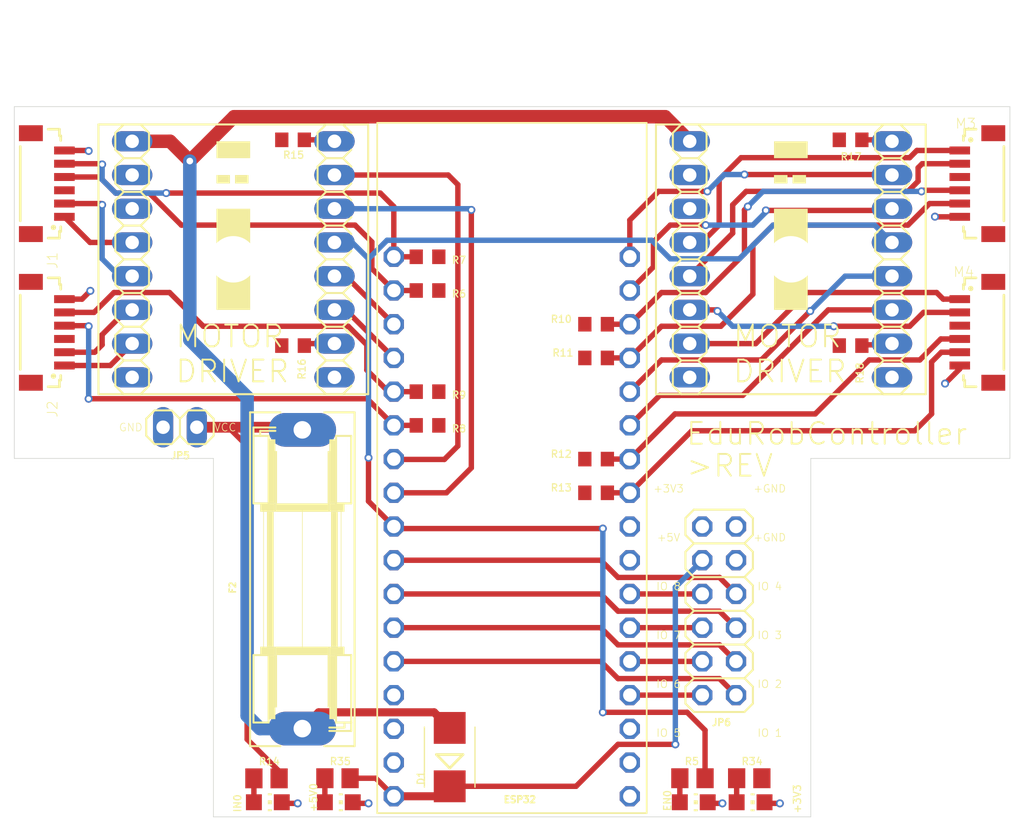
<source format=kicad_pcb>
(kicad_pcb (version 20221018) (generator pcbnew)
  (layers (0 "F.Cu" signal) (31 "B.Cu" signal) (34 "B.Paste" user) (35 "F.Paste" user) (36 "B.SilkS" user "B.Silkscreen") (37 "F.SilkS" user "F.Silkscreen") (38 "B.Mask" user) (39 "F.Mask" user) (44 "Edge.Cuts" user))
  (net 0 "")
  (net 1 "ENM")
  (net 2 "M1PWMA")
  (net 3 "M2PWMA")
  (net 4 "M2PWMB")
  (net 5 "M3PWMA")
  (net 6 "M3PWMB")
  (net 7 "M4PWMA")
  (net 8 "M4PWMB")
  (net 9 "GND")
  (net 10 "+5V")
  (net 11 "M1PWMB")
  (net 12 "GPIO5")
  (net 13 "GPIO1")
  (net 14 "GPIO3")
  (net 15 "GPIO8")
  (net 16 "GPIO6")
  (net 17 "+3V3")
  (net 18 "GPIO2")
  (net 19 "GPIO7")
  (net 20 "GPIO4")
  (net 21 "EN")
  (net 22 "0")
  (net 23 "RX0")
  (net 24 "TX0")
  (net 25 "N$1")
  (net 26 "N$3")
  (net 27 "M1A")
  (net 28 "M1B")
  (net 29 "M2B")
  (net 30 "M2A")
  (net 31 "M3A")
  (net 32 "M3B")
  (net 33 "M4B")
  (net 34 "M4A")
  (net 35 "M1ENCB")
  (net 36 "M1ENCA")
  (net 37 "M2ENCA")
  (net 38 "M2ENCB")
  (net 39 "M3ENCA")
  (net 40 "M3ENCB")
  (net 41 "M4ENCA")
  (net 42 "M4ENCB")
  (net 43 "N$7")
  (net 44 "VCC")
  (net 45 "N$9")
  (net 46 "N$14")
  (net 47 "N$15")
  (net 48 "N$10")
  (net 49 "N$11")
  (net 50 "VDD")
  (footprint "" (layer "F.Cu") (at 169.5011 89.7536)
    (fp_text reference "@HOLE2" hide)
    (fp_text value "")
  )
  (footprint "R0603" (layer "F.Cu") (at 132.0011 96.2536 180)
    (fp_text reference "R16")
    (fp_text value "")
  )
  (footprint "665306124022" (layer "F.Cu") (at 183.9511 95.2536 90)
    (fp_text reference "M4")
    (fp_text value "665306124022")
  )
  (footprint "R0805" (layer "F.Cu") (at 130.0011 128.8536)
    (fp_text reference "R14")
    (fp_text value "")
  )
  (footprint "2X06" (layer "F.Cu") (at 164.1011 116.2336 90)
    (fp_text reference "JP6")
    (fp_text value "")
  )
  (footprint "R0805" (layer "F.Cu") (at 135.3481 128.8446)
    (fp_text reference "R35")
    (fp_text value "")
  )
  (footprint "" (layer "F.Cu") (at 148.5011 124.2536)
    (fp_text reference "@HOLE0" hide)
    (fp_text value "")
  )
  (footprint "R0603" (layer "F.Cu") (at 142.1311 92.1036)
    (fp_text reference "R6")
    (fp_text value "")
  )
  (footprint "CHIP-LED0805" (layer "F.Cu") (at 166.4681 130.6546 -90)
    (fp_text reference "+3V3")
    (fp_text value "")
  )
  (footprint "R0603" (layer "F.Cu") (at 174.0011 80.7536 180)
    (fp_text reference "R17")
    (fp_text value "")
  )
  (footprint "R0603" (layer "F.Cu") (at 154.8311 104.8036 180)
    (fp_text reference "R12")
    (fp_text value "")
  )
  (footprint "2X08" (layer "F.Cu") (at 169.5011 89.7536)
    (fp_text reference "U$3" hide)
    (fp_text value "TB6612FNG")
  )
  (footprint "R0603" (layer "F.Cu") (at 142.1311 89.5636)
    (fp_text reference "R7")
    (fp_text value "")
  )
  (footprint "CHIP-LED0805" (layer "F.Cu") (at 162.1881 130.6546 -90)
    (fp_text reference "EN0")
    (fp_text value "")
  )
  (footprint "2X08" (layer "F.Cu") (at 127.5011 89.7536)
    (fp_text reference "U$2" hide)
    (fp_text value "TB6612FNG")
  )
  (footprint "" (layer "F.Cu") (at 127.5011 89.7536)
    (fp_text reference "@HOLE1" hide)
    (fp_text value "")
  )
  (footprint "R0603" (layer "F.Cu") (at 154.8311 107.3436 180)
    (fp_text reference "R13")
    (fp_text value "")
  )
  (footprint "SH22,5" (layer "F.Cu") (at 132.7011 113.8536 -90)
    (fp_text reference "F2")
    (fp_text value "534-4628")
  )
  (footprint "R0603" (layer "F.Cu") (at 174.0011 96.2536 180)
    (fp_text reference "R18")
    (fp_text value "")
  )
  (footprint "665306124022" (layer "F.Cu") (at 113.0511 95.2536 -90)
    (fp_text reference "J2")
    (fp_text value "665306124022")
  )
  (footprint "R0805" (layer "F.Cu") (at 166.3681 128.8446)
    (fp_text reference "R34")
    (fp_text value "")
  )
  (footprint "SMB" (layer "F.Cu") (at 143.8011 127.2536 90)
    (fp_text reference "D1")
    (fp_text value "")
  )
  (footprint "665306124022" (layer "F.Cu") (at 183.9511 84.0536 90)
    (fp_text reference "M3")
    (fp_text value "665306124022")
  )
  (footprint "R0603" (layer "F.Cu") (at 142.1311 99.7236)
    (fp_text reference "R9")
    (fp_text value "")
  )
  (footprint "R0603" (layer "F.Cu") (at 142.1311 102.2636)
    (fp_text reference "R8")
    (fp_text value "")
  )
  (footprint "1X02" (layer "F.Cu") (at 123.4811 102.4036 180)
    (fp_text reference "JP5")
    (fp_text value "")
  )
  (footprint "665306124022" (layer "F.Cu") (at 113.0511 84.0536 -90)
    (fp_text reference "J1")
    (fp_text value "665306124022")
  )
  (footprint "R0603" (layer "F.Cu") (at 154.8311 97.1836 180)
    (fp_text reference "R11")
    (fp_text value "")
  )
  (footprint "CHIP-LED0805" (layer "F.Cu") (at 130.1011 130.6536 -90)
    (fp_text reference "IN0")
    (fp_text value "")
  )
  (footprint "ESP32" (layer "F.Cu") (at 158.6411 131.4736 90)
    (fp_text reference "U$1" hide)
    (fp_text value "ESP32")
  )
  (footprint "CHIP-LED0805" (layer "F.Cu") (at 135.4481 130.6546 -90)
    (fp_text reference "+5V0")
    (fp_text value "")
  )
  (footprint "R0603" (layer "F.Cu") (at 154.8311 94.6436 180)
    (fp_text reference "R10")
    (fp_text value "")
  )
  (footprint "R0805" (layer "F.Cu") (at 162.0881 128.8446)
    (fp_text reference "R5")
    (fp_text value "")
  )
  (footprint "R0603" (layer "F.Cu") (at 132.0011 80.7536 180)
    (fp_text reference "R15")
    (fp_text value "")
  )
  (gr_line (start 111.0011 104.7536) (end 126.0011 104.7536) (stroke (width 0.05)) (layer "Edge.Cuts"))
  (gr_line (start 186.0011 104.7536) (end 186.0011 78.2536) (stroke (width 0.05)) (layer "Edge.Cuts"))
  (gr_line (start 171.0011 104.7536) (end 186.0011 104.7536) (stroke (width 0.05)) (layer "Edge.Cuts"))
  (gr_line (start 171.0011 131.7536) (end 171.0011 104.7536) (stroke (width 0.05)) (layer "Edge.Cuts"))
  (gr_line (start 126.0011 131.7536) (end 171.0011 131.7536) (stroke (width 0.05)) (layer "Edge.Cuts"))
  (gr_line (start 186.0011 78.2536) (end 111.0011 78.2536) (stroke (width 0.05)) (layer "Edge.Cuts"))
  (gr_line (start 126.0011 104.7536) (end 126.0011 131.7536) (stroke (width 0.05)) (layer "Edge.Cuts"))
  (gr_line (start 111.0011 78.2536) (end 111.0011 104.7536) (stroke (width 0.05)) (layer "Edge.Cuts"))
  (gr_text "+GND\n\n\n\n+GND\n\n\n\nIO 4\n\n\n\nIO 3\n\n\n\nIO 2\n\n\n\nIO 1" (at 167.9111 116.2336) (layer "F.SilkS") (effects (font (size 0.5715 0.5715) (thickness 0.0635))))
  (gr_text "EduRobController" (at 161.5231 103.8516) (layer "F.SilkS") (effects (font (size 1.63576 1.63576) (thickness 0.14224)) (justify left bottom)))
  (gr_text "+3V3\n\n\n\n+5V\n\n\n\nIO 8\n\n\n\nIO 7\n\n\n\nIO 6\n\n\n\nIO 5" (at 160.2911 116.2336) (layer "F.SilkS") (effects (font (size 0.5715 0.5715) (thickness 0.0635))))
  (gr_text ">REV" (at 161.5391 106.2566) (layer "F.SilkS") (effects (font (size 1.63576 1.63576) (thickness 0.14224)) (justify left bottom)))
  (gr_text "GND" (at 119.7781 102.4166) (layer "F.SilkS") (effects (font (size 0.5842 0.5842) (thickness 0.0508))))
  (gr_text "VCC" (at 126.8901 102.4166) (layer "F.SilkS") (effects (font (size 0.5842 0.5842) (thickness 0.0508))))
  (segment (start 155.3381 110.0366) (end 139.7441 110.0366) (width 0.4064) (layer "F.Cu") (net 1))
  (segment (start 137.6851 107.9776) (end 137.6851 104.7026) (width 0.4064) (layer "F.Cu") (net 1))
  (segment (start 139.7441 110.0366) (end 139.5911 109.8836) (width 0.4064) (layer "F.Cu") (net 1))
  (segment (start 161.6881 123.8796) (end 155.3381 123.8796) (width 0.4064) (layer "F.Cu") (net 1))
  (segment (start 163.0381 125.2296) (end 161.6881 123.8796) (width 0.4064) (layer "F.Cu") (net 1))
  (segment (start 163.0381 128.8446) (end 163.0381 125.2296) (width 0.4064) (layer "F.Cu") (net 1))
  (segment (start 139.5911 109.8836) (end 137.6851 107.9776) (width 0.4064) (layer "F.Cu") (net 1))
  (via (at 155.3381 110.0366) (size 0.6) (drill 0.35) (layers "F.Cu" "B.Cu") (net 1))
  (via (at 137.6851 104.7026) (size 0.6) (drill 0.35) (layers "F.Cu" "B.Cu") (net 1))
  (via (at 155.3381 123.8796) (size 0.6) (drill 0.35) (layers "F.Cu" "B.Cu") (net 1))
  (segment (start 159.0211 88.3196) (end 139.0821 88.3196) (width 0.4064) (layer "B.Cu") (net 1))
  (segment (start 175.8141 87.1766) (end 177.1211 88.4836) (width 0.4064) (layer "B.Cu") (net 1))
  (segment (start 137.6851 89.7166) (end 136.4521 88.4836) (width 0.4064) (layer "B.Cu") (net 1))
  (segment (start 165.6251 89.7166) (end 168.1651 87.1766) (width 0.4064) (layer "B.Cu") (net 1))
  (segment (start 155.3381 110.0366) (end 155.3381 123.8796) (width 0.4064) (layer "B.Cu") (net 1))
  (segment (start 136.4521 88.4836) (end 135.1211 88.4836) (width 0.4064) (layer "B.Cu") (net 1))
  (segment (start 160.4181 89.7166) (end 165.6251 89.7166) (width 0.4064) (layer "B.Cu") (net 1))
  (segment (start 139.0821 88.3196) (end 137.6851 89.7166) (width 0.4064) (layer "B.Cu") (net 1))
  (segment (start 159.0211 88.3196) (end 160.4181 89.7166) (width 0.4064) (layer "B.Cu") (net 1))
  (segment (start 137.6851 104.7026) (end 137.6851 89.7166) (width 0.4064) (layer "B.Cu") (net 1))
  (segment (start 168.1651 87.1766) (end 175.8141 87.1766) (width 0.4064) (layer "B.Cu") (net 1))
  (segment (start 145.4321 86.0336) (end 145.4321 105.4646) (width 0.4064) (layer "F.Cu") (net 2))
  (segment (start 143.5531 107.3436) (end 145.4321 105.4646) (width 0.4064) (layer "F.Cu") (net 2))
  (segment (start 139.5911 107.3436) (end 143.5531 107.3436) (width 0.4064) (layer "F.Cu") (net 2))
  (via (at 145.4321 86.0336) (size 0.6) (drill 0.35) (layers "F.Cu" "B.Cu") (net 2))
  (segment (start 145.4321 86.0336) (end 145.3421 85.9436) (width 0.4064) (layer "B.Cu") (net 2))
  (segment (start 145.3421 85.9436) (end 135.1211 85.9436) (width 0.4064) (layer "B.Cu") (net 2))
  (segment (start 135.9711 91.0236) (end 135.1211 91.0236) (width 0.4064) (layer "F.Cu") (net 3))
  (segment (start 139.5911 94.6436) (end 135.9711 91.0236) (width 0.4064) (layer "F.Cu") (net 3))
  (segment (start 135.9711 93.5636) (end 135.1211 93.5636) (width 0.4064) (layer "F.Cu") (net 4))
  (segment (start 139.5911 97.1836) (end 135.9711 93.5636) (width 0.4064) (layer "F.Cu") (net 4))
  (segment (start 176.9941 86.0706) (end 177.1211 85.9436) (width 0.4064) (layer "F.Cu") (net 5))
  (segment (start 176.9941 86.0706) (end 167.6201 86.0706) (width 0.4064) (layer "F.Cu") (net 5))
  (segment (start 159.1481 88.4466) (end 160.4181 87.1766) (width 0.4064) (layer "F.Cu") (net 5))
  (segment (start 157.3711 92.1036) (end 159.1481 90.3266) (width 0.4064) (layer "F.Cu") (net 5))
  (segment (start 159.1481 90.3266) (end 159.1481 88.4466) (width 0.4064) (layer "F.Cu") (net 5))
  (segment (start 160.4181 87.1766) (end 163.0851 87.1766) (width 0.4064) (layer "F.Cu") (net 5))
  (via (at 163.0851 87.1766) (size 0.6) (drill 0.35) (layers "F.Cu" "B.Cu") (net 5))
  (via (at 167.6201 86.0706) (size 0.6) (drill 0.35) (layers "F.Cu" "B.Cu") (net 5))
  (segment (start 167.6201 86.0706) (end 167.6201 86.1976) (width 0.4064) (layer "B.Cu") (net 5))
  (segment (start 163.0851 87.1766) (end 166.6411 87.1766) (width 0.4064) (layer "B.Cu") (net 5))
  (segment (start 167.6201 86.1976) (end 166.6411 87.1766) (width 0.4064) (layer "B.Cu") (net 5))
  (segment (start 177.0841 83.3666) (end 177.1211 83.4036) (width 0.4064) (layer "F.Cu") (net 6))
  (segment (start 166.0061 83.3666) (end 177.0841 83.3666) (width 0.4064) (layer "F.Cu") (net 6))
  (segment (start 159.5291 84.6366) (end 163.2121 84.6366) (width 0.4064) (layer "F.Cu") (net 6))
  (segment (start 157.3711 89.5636) (end 157.3711 86.7946) (width 0.4064) (layer "F.Cu") (net 6))
  (segment (start 157.3711 86.7946) (end 159.5291 84.6366) (width 0.4064) (layer "F.Cu") (net 6))
  (via (at 166.0061 83.3666) (size 0.6) (drill 0.35) (layers "F.Cu" "B.Cu") (net 6))
  (via (at 163.2121 84.6366) (size 0.6) (drill 0.35) (layers "F.Cu" "B.Cu") (net 6))
  (segment (start 164.4821 83.3666) (end 166.0061 83.3666) (width 0.4064) (layer "B.Cu") (net 6))
  (segment (start 163.2121 84.6366) (end 164.4821 83.3666) (width 0.4064) (layer "B.Cu") (net 6))
  (segment (start 170.9591 93.6536) (end 167.2761 97.3366) (width 0.4064) (layer "F.Cu") (net 7))
  (segment (start 157.3711 99.7236) (end 159.7581 97.3366) (width 0.4064) (layer "F.Cu") (net 7))
  (segment (start 159.7581 97.3366) (end 167.2761 97.3366) (width 0.4064) (layer "F.Cu") (net 7))
  (via (at 170.9591 93.6536) (size 0.6) (drill 0.35) (layers "F.Cu" "B.Cu") (net 7))
  (segment (start 173.5891 91.0236) (end 170.9591 93.6536) (width 0.4064) (layer "B.Cu") (net 7))
  (segment (start 173.5891 91.0236) (end 177.1211 91.0236) (width 0.4064) (layer "B.Cu") (net 7))
  (segment (start 159.6311 100.0036) (end 157.3711 102.2636) (width 0.4064) (layer "F.Cu") (net 8))
  (segment (start 172.3191 93.5636) (end 165.8791 100.0036) (width 0.4064) (layer "F.Cu") (net 8))
  (segment (start 165.8791 100.0036) (end 159.6311 100.0036) (width 0.4064) (layer "F.Cu") (net 8))
  (segment (start 172.3191 93.5636) (end 177.1211 93.5636) (width 0.4064) (layer "F.Cu") (net 8))
  (segment (start 163.2381 130.6546) (end 163.3211 130.7376) (width 0.4064) (layer "F.Cu") (net 9))
  (segment (start 180.3691 86.5536) (end 180.3571 86.5416) (width 0.4064) (layer "F.Cu") (net 9))
  (segment (start 116.1061 92.7536) (end 116.7301 92.1296) (width 0.4064) (layer "F.Cu") (net 9))
  (segment (start 182.2261 97.7536) (end 182.2261 98.0076) (width 0.4064) (layer "F.Cu") (net 9))
  (segment (start 131.1511 130.6536) (end 131.1511 130.7376) (width 0.4064) (layer "F.Cu") (net 9))
  (segment (start 182.2261 98.0076) (end 181.1191 99.1146) (width 0.4064) (layer "F.Cu") (net 9))
  (segment (start 114.7761 81.5536) (end 116.5681 81.5536) (width 0.4064) (layer "F.Cu") (net 9))
  (segment (start 163.3211 130.7376) (end 164.3431 130.7376) (width 0.4064) (layer "F.Cu") (net 9))
  (segment (start 136.4981 130.7376) (end 137.6851 130.7376) (width 0.4064) (layer "F.Cu") (net 9))
  (segment (start 136.4981 130.6546) (end 136.4981 130.7376) (width 0.4064) (layer "F.Cu") (net 9))
  (segment (start 114.7761 92.7536) (end 116.1061 92.7536) (width 0.4064) (layer "F.Cu") (net 9))
  (segment (start 182.2261 86.5536) (end 180.3691 86.5536) (width 0.4064) (layer "F.Cu") (net 9))
  (segment (start 131.1511 130.7376) (end 132.3511 130.7376) (width 0.4064) (layer "F.Cu") (net 9))
  (segment (start 116.5681 81.5536) (end 116.6031 81.5886) (width 0.4064) (layer "F.Cu") (net 9))
  (segment (start 167.6011 130.7376) (end 168.6731 130.7376) (width 0.4064) (layer "F.Cu") (net 9))
  (segment (start 167.5181 130.6546) (end 167.6011 130.7376) (width 0.4064) (layer "F.Cu") (net 9))
  (via (at 137.6851 130.7376) (size 0.6) (drill 0.35) (layers "F.Cu" "B.Cu") (net 9))
  (via (at 132.3511 130.7376) (size 0.6) (drill 0.35) (layers "F.Cu" "B.Cu") (net 9))
  (via (at 116.6031 81.5886) (size 0.6) (drill 0.35) (layers "F.Cu" "B.Cu") (net 9))
  (via (at 168.6731 130.7376) (size 0.6) (drill 0.35) (layers "F.Cu" "B.Cu") (net 9))
  (via (at 116.7301 92.1296) (size 0.6) (drill 0.35) (layers "F.Cu" "B.Cu") (net 9))
  (via (at 180.3571 86.5416) (size 0.6) (drill 0.35) (layers "F.Cu" "B.Cu") (net 9))
  (via (at 181.1191 99.1146) (size 0.6) (drill 0.35) (layers "F.Cu" "B.Cu") (net 9))
  (via (at 164.3431 130.7376) (size 0.6) (drill 0.35) (layers "F.Cu" "B.Cu") (net 9))
  (segment (start 156.4811 126.2926) (end 160.7991 126.2926) (width 0.4064) (layer "F.Cu") (net 10))
  (segment (start 153.3201 129.4536) (end 156.4811 126.2926) (width 0.4064) (layer "F.Cu") (net 10))
  (segment (start 138.2321 128.8446) (end 139.5911 130.2036) (width 0.4064) (layer "F.Cu") (net 10))
  (segment (start 143.8011 129.4536) (end 153.3201 129.4536) (width 0.4064) (layer "F.Cu") (net 10))
  (segment (start 136.2981 128.8446) (end 138.2321 128.8446) (width 0.4064) (layer "F.Cu") (net 10))
  (segment (start 143.0511 130.2036) (end 143.8011 129.4536) (width 0.6096) (layer "F.Cu") (net 10))
  (segment (start 139.5911 130.2036) (end 143.0511 130.2036) (width 0.6096) (layer "F.Cu") (net 10))
  (via (at 160.7991 126.2926) (size 0.6) (drill 0.35) (layers "F.Cu" "B.Cu") (net 10))
  (segment (start 160.7991 114.4556) (end 162.8311 112.4236) (width 0.4064) (layer "B.Cu") (net 10))
  (segment (start 160.7991 126.2926) (end 160.7991 114.4556) (width 0.4064) (layer "B.Cu") (net 10))
  (segment (start 139.6171 104.8296) (end 139.5911 104.8036) (width 0.4064) (layer "F.Cu") (net 11))
  (segment (start 144.4161 103.8136) (end 143.4001 104.8296) (width 0.4064) (layer "F.Cu") (net 11))
  (segment (start 143.6911 83.4036) (end 144.4161 84.1286) (width 0.4064) (layer "F.Cu") (net 11))
  (segment (start 143.4001 104.8296) (end 139.6171 104.8296) (width 0.4064) (layer "F.Cu") (net 11))
  (segment (start 144.4161 84.1286) (end 144.4161 103.8136) (width 0.4064) (layer "F.Cu") (net 11))
  (segment (start 135.1211 83.4036) (end 143.6911 83.4036) (width 0.4064) (layer "F.Cu") (net 11))
  (segment (start 157.3711 122.5836) (end 162.8311 122.5836) (width 0.4064) (layer "F.Cu") (net 12))
  (segment (start 165.3711 122.5836) (end 164.1271 121.3396) (width 0.4064) (layer "F.Cu") (net 13))
  (segment (start 139.5911 120.0436) (end 155.1851 120.0436) (width 0.4064) (layer "F.Cu") (net 13))
  (segment (start 156.4811 121.3396) (end 164.1271 121.3396) (width 0.4064) (layer "F.Cu") (net 13))
  (segment (start 155.1851 120.0436) (end 156.4811 121.3396) (width 0.4064) (layer "F.Cu") (net 13))
  (segment (start 155.1851 114.9636) (end 156.4811 116.2596) (width 0.4064) (layer "F.Cu") (net 14))
  (segment (start 139.5911 114.9636) (end 155.1851 114.9636) (width 0.4064) (layer "F.Cu") (net 14))
  (segment (start 164.1271 116.2596) (end 156.4811 116.2596) (width 0.4064) (layer "F.Cu") (net 14))
  (segment (start 165.3711 117.5036) (end 164.1271 116.2596) (width 0.4064) (layer "F.Cu") (net 14))
  (segment (start 157.3711 114.9636) (end 162.8311 114.9636) (width 0.4064) (layer "F.Cu") (net 15))
  (segment (start 157.3711 120.0436) (end 162.8311 120.0436) (width 0.4064) (layer "F.Cu") (net 16))
  (segment (start 155.1851 117.5036) (end 156.4811 118.7996) (width 0.4064) (layer "F.Cu") (net 18))
  (segment (start 165.3711 120.0436) (end 164.1271 118.7996) (width 0.4064) (layer "F.Cu") (net 18))
  (segment (start 164.1271 118.7996) (end 156.4811 118.7996) (width 0.4064) (layer "F.Cu") (net 18))
  (segment (start 139.5911 117.5036) (end 155.1851 117.5036) (width 0.4064) (layer "F.Cu") (net 18))
  (segment (start 157.3711 117.5036) (end 162.8311 117.5036) (width 0.4064) (layer "F.Cu") (net 19))
  (segment (start 139.5911 112.4236) (end 155.1851 112.4236) (width 0.4064) (layer "F.Cu") (net 20))
  (segment (start 165.3711 114.9636) (end 164.1271 113.7196) (width 0.4064) (layer "F.Cu") (net 20))
  (segment (start 155.1851 112.4236) (end 156.4811 113.7196) (width 0.4064) (layer "F.Cu") (net 20))
  (segment (start 164.1271 113.7196) (end 156.4811 113.7196) (width 0.4064) (layer "F.Cu") (net 20))
  (segment (start 165.4181 128.8446) (end 165.4181 130.6546) (width 0.4064) (layer "F.Cu") (net 25))
  (segment (start 134.3981 128.8446) (end 134.3981 130.6546) (width 0.4064) (layer "F.Cu") (net 26))
  (segment (start 116.7061 88.4836) (end 117.9511 88.4836) (width 0.4064) (layer "F.Cu") (net 27))
  (segment (start 114.7761 86.5536) (end 116.7061 88.4836) (width 0.4064) (layer "F.Cu") (net 27))
  (segment (start 117.9511 88.4836) (end 119.8811 88.4836) (width 0.4064) (layer "F.Cu") (net 27))
  (segment (start 117.5201 85.5536) (end 117.6191 85.6526) (width 0.4064) (layer "F.Cu") (net 28))
  (segment (start 114.7761 85.5536) (end 117.5201 85.5536) (width 0.4064) (layer "F.Cu") (net 28))
  (via (at 117.6191 85.6526) (size 0.6) (drill 0.35) (layers "F.Cu" "B.Cu") (net 28))
  (segment (start 119.8811 91.0236) (end 118.9261 91.0236) (width 0.4064) (layer "B.Cu") (net 28))
  (segment (start 118.9261 91.0236) (end 117.6191 89.7166) (width 0.4064) (layer "B.Cu") (net 28))
  (segment (start 117.6191 89.7166) (end 117.6191 85.6526) (width 0.4064) (layer "B.Cu") (net 28))
  (segment (start 119.4871 93.5636) (end 119.8811 93.5636) (width 0.4064) (layer "F.Cu") (net 29))
  (segment (start 117.6191 96.1936) (end 117.6191 95.4316) (width 0.4064) (layer "F.Cu") (net 29))
  (segment (start 117.6191 95.4316) (end 119.4871 93.5636) (width 0.4064) (layer "F.Cu") (net 29))
  (segment (start 114.7761 96.7536) (end 117.0591 96.7536) (width 0.4064) (layer "F.Cu") (net 29))
  (segment (start 117.0591 96.7536) (end 117.6191 96.1936) (width 0.4064) (layer "F.Cu") (net 29))
  (segment (start 118.2311 97.7536) (end 119.8811 96.1036) (width 0.4064) (layer "F.Cu") (net 30))
  (segment (start 114.7761 97.7536) (end 118.2311 97.7536) (width 0.4064) (layer "F.Cu") (net 30))
  (segment (start 164.1011 83.7476) (end 164.1011 87.1766) (width 0.4064) (layer "F.Cu") (net 31))
  (segment (start 178.9951 81.5536) (end 178.4521 82.0966) (width 0.4064) (layer "F.Cu") (net 31))
  (segment (start 165.7521 82.0966) (end 164.1011 83.7476) (width 0.4064) (layer "F.Cu") (net 31))
  (segment (start 162.7941 88.4836) (end 161.8811 88.4836) (width 0.4064) (layer "F.Cu") (net 31))
  (segment (start 182.2261 81.5536) (end 178.9951 81.5536) (width 0.4064) (layer "F.Cu") (net 31))
  (segment (start 178.4521 82.0966) (end 165.7521 82.0966) (width 0.4064) (layer "F.Cu") (net 31))
  (segment (start 164.1011 87.1766) (end 162.7941 88.4836) (width 0.4064) (layer "F.Cu") (net 31))
  (segment (start 179.0871 83.8746) (end 179.0871 82.8586) (width 0.4064) (layer "F.Cu") (net 32))
  (segment (start 165.1171 85.6526) (end 166.1331 84.6366) (width 0.4064) (layer "F.Cu") (net 32))
  (segment (start 165.1171 87.7876) (end 165.1171 85.6526) (width 0.4064) (layer "F.Cu") (net 32))
  (segment (start 179.3921 82.5536) (end 179.0871 82.8586) (width 0.4064) (layer "F.Cu") (net 32))
  (segment (start 182.2261 82.5536) (end 179.3921 82.5536) (width 0.4064) (layer "F.Cu") (net 32))
  (segment (start 161.8811 91.0236) (end 165.1171 87.7876) (width 0.4064) (layer "F.Cu") (net 32))
  (segment (start 178.3251 84.6366) (end 179.0871 83.8746) (width 0.4064) (layer "F.Cu") (net 32))
  (segment (start 166.1331 84.6366) (end 178.3251 84.6366) (width 0.4064) (layer "F.Cu") (net 32))
  (segment (start 182.2261 93.7536) (end 179.4951 93.7536) (width 0.4064) (layer "F.Cu") (net 33))
  (segment (start 179.4951 93.7536) (end 178.4521 94.7966) (width 0.4064) (layer "F.Cu") (net 33))
  (segment (start 163.8841 93.5636) (end 163.9741 93.6536) (width 0.4064) (layer "F.Cu") (net 33))
  (segment (start 161.8811 93.5636) (end 163.8841 93.5636) (width 0.4064) (layer "F.Cu") (net 33))
  (segment (start 172.7371 94.7966) (end 178.4521 94.7966) (width 0.4064) (layer "F.Cu") (net 33))
  (via (at 163.9741 93.6536) (size 0.6) (drill 0.35) (layers "F.Cu" "B.Cu") (net 33))
  (via (at 172.7371 94.7966) (size 0.6) (drill 0.35) (layers "F.Cu" "B.Cu") (net 33))
  (segment (start 165.1171 94.7966) (end 172.7371 94.7966) (width 0.4064) (layer "B.Cu") (net 33))
  (segment (start 163.9741 93.6536) (end 165.1171 94.7966) (width 0.4064) (layer "B.Cu") (net 33))
  (segment (start 170.7051 92.2566) (end 180.4841 92.2566) (width 0.4064) (layer "F.Cu") (net 34))
  (segment (start 180.4841 92.2566) (end 180.9811 92.7536) (width 0.4064) (layer "F.Cu") (net 34))
  (segment (start 166.8581 96.1036) (end 170.7051 92.2566) (width 0.4064) (layer "F.Cu") (net 34))
  (segment (start 180.9811 92.7536) (end 182.2261 92.7536) (width 0.4064) (layer "F.Cu") (net 34))
  (segment (start 161.8811 96.1036) (end 166.8581 96.1036) (width 0.4064) (layer "F.Cu") (net 34))
  (segment (start 141.2811 89.5636) (end 139.5911 89.5636) (width 0.4064) (layer "F.Cu") (net 35))
  (segment (start 117.5681 82.5536) (end 117.6191 82.6046) (width 0.4064) (layer "F.Cu") (net 35))
  (segment (start 114.7761 82.5536) (end 117.5681 82.5536) (width 0.4064) (layer "F.Cu") (net 35))
  (segment (start 139.5911 89.5636) (end 139.5911 85.7806) (width 0.4064) (layer "F.Cu") (net 35))
  (segment (start 139.5911 85.7806) (end 138.5741 84.7636) (width 0.4064) (layer "F.Cu") (net 35))
  (segment (start 138.5741 84.7636) (end 122.4451 84.7636) (width 0.4064) (layer "F.Cu") (net 35))
  (via (at 117.6191 82.6046) (size 0.6) (drill 0.35) (layers "F.Cu" "B.Cu") (net 35))
  (via (at 122.4451 84.7636) (size 0.6) (drill 0.35) (layers "F.Cu" "B.Cu") (net 35))
  (segment (start 117.6191 83.7476) (end 117.6191 82.6046) (width 0.4064) (layer "B.Cu") (net 35))
  (segment (start 118.6351 84.7636) (end 117.6191 83.7476) (width 0.4064) (layer "B.Cu") (net 35))
  (segment (start 122.4451 84.7636) (end 118.6351 84.7636) (width 0.4064) (layer "B.Cu") (net 35))
  (segment (start 123.5881 87.1766) (end 136.6691 87.1766) (width 0.4064) (layer "F.Cu") (net 36))
  (segment (start 137.9391 90.4516) (end 139.5911 92.1036) (width 0.4064) (layer "F.Cu") (net 36))
  (segment (start 137.9391 88.4466) (end 137.9391 90.4516) (width 0.4064) (layer "F.Cu") (net 36))
  (segment (start 121.1751 84.7636) (end 123.5881 87.1766) (width 0.4064) (layer "F.Cu") (net 36))
  (segment (start 114.7761 83.5536) (end 117.4251 83.5536) (width 0.4064) (layer "F.Cu") (net 36))
  (segment (start 141.2811 92.1036) (end 139.5911 92.1036) (width 0.4064) (layer "F.Cu") (net 36))
  (segment (start 136.6691 87.1766) (end 137.9391 88.4466) (width 0.4064) (layer "F.Cu") (net 36))
  (segment (start 117.4251 83.5536) (end 118.6351 84.7636) (width 0.4064) (layer "F.Cu") (net 36))
  (segment (start 118.6351 84.7636) (end 121.1751 84.7636) (width 0.4064) (layer "F.Cu") (net 36))
  (segment (start 116.5601 94.7536) (end 116.6031 94.7966) (width 0.4064) (layer "F.Cu") (net 37))
  (segment (start 114.7761 94.7536) (end 116.5601 94.7536) (width 0.4064) (layer "F.Cu") (net 37))
  (segment (start 116.6031 100.2576) (end 137.5851 100.2576) (width 0.4064) (layer "F.Cu") (net 37))
  (segment (start 141.2811 102.2636) (end 139.5911 102.2636) (width 0.4064) (layer "F.Cu") (net 37))
  (segment (start 137.5851 100.2576) (end 139.5911 102.2636) (width 0.4064) (layer "F.Cu") (net 37))
  (via (at 116.6031 100.2576) (size 0.6) (drill 0.35) (layers "F.Cu" "B.Cu") (net 37))
  (via (at 116.6031 94.7966) (size 0.6) (drill 0.35) (layers "F.Cu" "B.Cu") (net 37))
  (segment (start 116.6031 94.7966) (end 116.6031 100.2576) (width 0.4064) (layer "B.Cu") (net 37))
  (segment (start 118.5081 92.2566) (end 122.6991 92.2566) (width 0.4064) (layer "F.Cu") (net 38))
  (segment (start 139.1831 99.7236) (end 139.5911 99.7236) (width 0.4064) (layer "F.Cu") (net 38))
  (segment (start 137.5581 98.0986) (end 139.1831 99.7236) (width 0.4064) (layer "F.Cu") (net 38))
  (segment (start 122.6991 92.2566) (end 125.2391 94.7966) (width 0.4064) (layer "F.Cu") (net 38))
  (segment (start 137.5581 96.1936) (end 137.5581 98.0986) (width 0.4064) (layer "F.Cu") (net 38))
  (segment (start 141.2811 99.7236) (end 139.5911 99.7236) (width 0.4064) (layer "F.Cu") (net 38))
  (segment (start 136.1611 94.7966) (end 137.5581 96.1936) (width 0.4064) (layer "F.Cu") (net 38))
  (segment (start 125.2391 94.7966) (end 136.1611 94.7966) (width 0.4064) (layer "F.Cu") (net 38))
  (segment (start 117.0111 93.7536) (end 118.5081 92.2566) (width 0.4064) (layer "F.Cu") (net 38))
  (segment (start 114.7761 93.7536) (end 117.0111 93.7536) (width 0.4064) (layer "F.Cu") (net 38))
  (segment (start 166.2601 85.7796) (end 166.0061 86.0336) (width 0.4064) (layer "F.Cu") (net 39))
  (segment (start 163.0851 92.2566) (end 159.7581 92.2566) (width 0.4064) (layer "F.Cu") (net 39))
  (segment (start 155.6811 94.6436) (end 157.3711 94.6436) (width 0.4064) (layer "F.Cu") (net 39))
  (segment (start 166.0061 89.3356) (end 163.0851 92.2566) (width 0.4064) (layer "F.Cu") (net 39))
  (segment (start 166.0061 86.0336) (end 166.0061 89.3356) (width 0.4064) (layer "F.Cu") (net 39))
  (segment (start 179.4241 84.5536) (end 179.3411 84.6366) (width 0.4064) (layer "F.Cu") (net 39))
  (segment (start 182.2261 84.5536) (end 179.4241 84.5536) (width 0.4064) (layer "F.Cu") (net 39))
  (segment (start 159.7581 92.2566) (end 157.3711 94.6436) (width 0.4064) (layer "F.Cu") (net 39))
  (via (at 166.2601 85.7796) (size 0.6) (drill 0.35) (layers "F.Cu" "B.Cu") (net 39))
  (via (at 179.3411 84.6366) (size 0.6) (drill 0.35) (layers "F.Cu" "B.Cu") (net 39))
  (segment (start 167.4031 84.6366) (end 166.2601 85.7796) (width 0.4064) (layer "B.Cu") (net 39))
  (segment (start 179.3411 84.6366) (end 167.4031 84.6366) (width 0.4064) (layer "B.Cu") (net 39))
  (segment (start 166.6411 88.7006) (end 166.6411 92.3836) (width 0.4064) (layer "F.Cu") (net 40))
  (segment (start 157.3711 97.1836) (end 159.7581 94.7966) (width 0.4064) (layer "F.Cu") (net 40))
  (segment (start 155.6811 97.1836) (end 157.3711 97.1836) (width 0.4064) (layer "F.Cu") (net 40))
  (segment (start 178.3251 87.1766) (end 168.1651 87.1766) (width 0.4064) (layer "F.Cu") (net 40))
  (segment (start 182.2261 85.5536) (end 179.9481 85.5536) (width 0.4064) (layer "F.Cu") (net 40))
  (segment (start 179.9481 85.5536) (end 178.3251 87.1766) (width 0.4064) (layer "F.Cu") (net 40))
  (segment (start 168.1651 87.1766) (end 166.6411 88.7006) (width 0.4064) (layer "F.Cu") (net 40))
  (segment (start 159.7581 94.7966) (end 164.2281 94.7966) (width 0.4064) (layer "F.Cu") (net 40))
  (segment (start 166.6411 92.3836) (end 164.2281 94.7966) (width 0.4064) (layer "F.Cu") (net 40))
  (segment (start 175.4041 97.3366) (end 179.2141 97.3366) (width 0.4064) (layer "F.Cu") (net 41))
  (segment (start 182.2261 95.7536) (end 180.7971 95.7536) (width 0.4064) (layer "F.Cu") (net 41))
  (segment (start 157.3711 104.8036) (end 160.7741 101.4006) (width 0.4064) (layer "F.Cu") (net 41))
  (segment (start 160.7741 101.4006) (end 171.3401 101.4006) (width 0.4064) (layer "F.Cu") (net 41))
  (segment (start 171.3401 101.4006) (end 175.4041 97.3366) (width 0.4064) (layer "F.Cu") (net 41))
  (segment (start 155.6811 104.8036) (end 157.3711 104.8036) (width 0.4064) (layer "F.Cu") (net 41))
  (segment (start 180.7971 95.7536) (end 179.2141 97.3366) (width 0.4064) (layer "F.Cu") (net 41))
  (segment (start 180.1031 97.488469) (end 180.1031 101.4006) (width 0.4064) (layer "F.Cu") (net 42))
  (segment (start 178.8331 102.6706) (end 162.0441 102.6706) (width 0.4064) (layer "F.Cu") (net 42))
  (segment (start 182.2261 96.7536) (end 180.837968 96.7536) (width 0.4064) (layer "F.Cu") (net 42))
  (segment (start 155.6811 107.3436) (end 157.3711 107.3436) (width 0.4064) (layer "F.Cu") (net 42))
  (segment (start 162.0441 102.6706) (end 157.3711 107.3436) (width 0.4064) (layer "F.Cu") (net 42))
  (segment (start 180.1031 101.4006) (end 178.8331 102.6706) (width 0.4064) (layer "F.Cu") (net 42))
  (segment (start 180.837968 96.7536) (end 180.1031 97.488469) (width 0.4064) (layer "F.Cu") (net 42))
  (segment (start 161.1381 128.8446) (end 161.1381 130.6546) (width 0.4064) (layer "F.Cu") (net 43))
  (segment (start 126.0011 102.4036) (end 132.5033 102.4036) (width 0.8128) (layer "F.Cu") (net 44))
  (segment (start 128.5411 103.8136) (end 127.1311 102.4036) (width 0.4064) (layer "F.Cu") (net 44))
  (segment (start 127.1311 102.4036) (end 126.0011 102.4036) (width 0.4064) (layer "F.Cu") (net 44))
  (segment (start 132.5033 102.4036) (end 132.7011 102.6014) (width 0.8128) (layer "F.Cu") (net 44))
  (segment (start 130.9511 128.8536) (end 130.9511 128.3216) (width 0.4064) (layer "F.Cu") (net 44))
  (segment (start 128.5411 125.9116) (end 128.5411 103.8136) (width 0.4064) (layer "F.Cu") (net 44))
  (segment (start 124.7511 102.4036) (end 126.0011 102.4036) (width 0.8128) (layer "F.Cu") (net 44))
  (segment (start 130.9511 128.3216) (end 128.5411 125.9116) (width 0.4064) (layer "F.Cu") (net 44))
  (segment (start 129.0511 130.6536) (end 129.0511 128.8536) (width 0.4064) (layer "F.Cu") (net 45))
  (segment (start 132.8511 80.7536) (end 135.0111 80.7536) (width 0.4064) (layer "F.Cu") (net 46))
  (segment (start 135.0111 80.7536) (end 135.1211 80.8636) (width 0.4064) (layer "F.Cu") (net 46))
  (segment (start 133.0011 96.1036) (end 135.1211 96.1036) (width 0.4064) (layer "F.Cu") (net 47))
  (segment (start 132.8511 96.2536) (end 133.0011 96.1036) (width 0.4064) (layer "F.Cu") (net 47))
  (segment (start 177.0111 80.7536) (end 177.1211 80.8636) (width 0.4064) (layer "F.Cu") (net 48))
  (segment (start 174.8511 80.7536) (end 177.0111 80.7536) (width 0.4064) (layer "F.Cu") (net 48))
  (segment (start 174.8511 96.2536) (end 174.9111 96.1936) (width 0.4064) (layer "F.Cu") (net 49))
  (segment (start 177.0311 96.1936) (end 177.1211 96.1036) (width 0.4064) (layer "F.Cu") (net 49))
  (segment (start 174.9111 96.1936) (end 177.0311 96.1936) (width 0.4064) (layer "F.Cu") (net 49))
  (segment (start 160.0291 79.0116) (end 161.8811 80.8636) (width 1.016) (layer "F.Cu") (net 50))
  (segment (start 133.9273 123.8796) (end 132.7011 125.1058) (width 0.6096) (layer "F.Cu") (net 50))
  (segment (start 143.8011 125.0536) (end 142.6271 123.8796) (width 0.6096) (layer "F.Cu") (net 50))
  (segment (start 142.6271 123.8796) (end 133.9273 123.8796) (width 0.6096) (layer "F.Cu") (net 50))
  (segment (start 124.2231 82.3506) (end 122.7361 80.8636) (width 1.016) (layer "F.Cu") (net 50))
  (segment (start 127.5621 79.0116) (end 160.0291 79.0116) (width 1.016) (layer "F.Cu") (net 50))
  (segment (start 124.2231 82.3506) (end 127.5621 79.0116) (width 1.016) (layer "F.Cu") (net 50))
  (segment (start 122.7361 80.8636) (end 119.8811 80.8636) (width 1.016) (layer "F.Cu") (net 50))
  (via (at 124.2231 82.3506) (size 0.75) (drill 0.5) (layers "F.Cu" "B.Cu") (net 50))
  (segment (start 128.5411 124.1336) (end 128.5411 100.1306) (width 1.016) (layer "B.Cu") (net 50))
  (segment (start 132.7011 125.1058) (end 129.5133 125.1058) (width 1.016) (layer "B.Cu") (net 50))
  (segment (start 128.5411 100.1306) (end 124.2231 95.8126) (width 1.016) (layer "B.Cu") (net 50))
  (segment (start 129.5133 125.1058) (end 128.5411 124.1336) (width 1.016) (layer "B.Cu") (net 50))
  (segment (start 124.2231 82.3506) (end 124.2231 95.8126) (width 1.016) (layer "B.Cu") (net 50))
)
</source>
